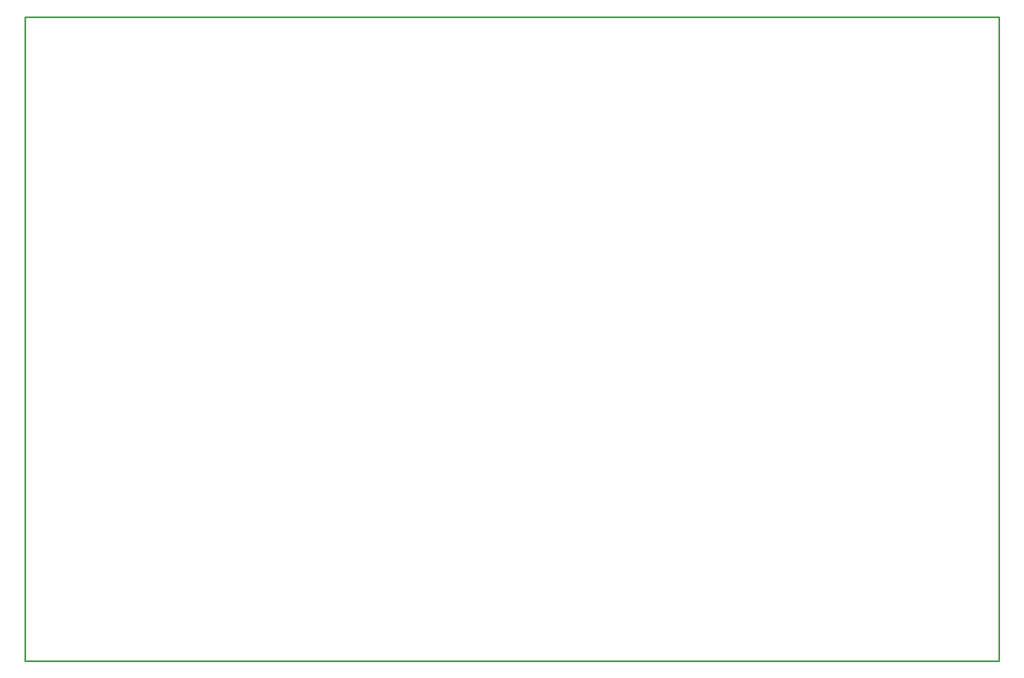
<source format=gbr>
G04 EAGLE Gerber RS-274X export*
G75*
%MOMM*%
%FSLAX34Y34*%
%LPD*%
%IN*%
%IPPOS*%
%AMOC8*
5,1,8,0,0,1.08239X$1,22.5*%
G01*
%ADD10C,0.254000*%


D10*
X0Y0D02*
X1549200Y0D01*
X1549200Y1025400D01*
X0Y1025400D01*
X0Y0D01*
M02*

</source>
